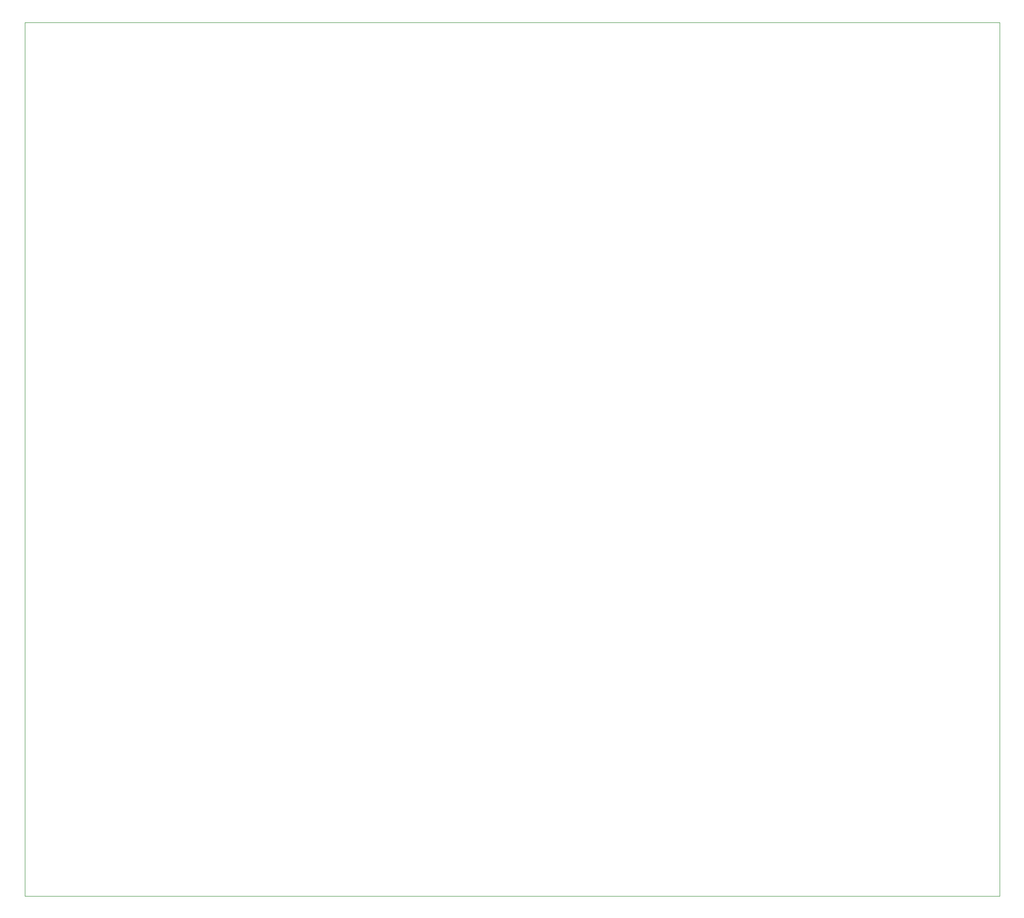
<source format=gbr>
%TF.GenerationSoftware,KiCad,Pcbnew,(6.0.7)*%
%TF.CreationDate,2022-11-30T23:51:13-03:00*%
%TF.ProjectId,ea075_project,65613037-355f-4707-926f-6a6563742e6b,rev?*%
%TF.SameCoordinates,Original*%
%TF.FileFunction,Profile,NP*%
%FSLAX46Y46*%
G04 Gerber Fmt 4.6, Leading zero omitted, Abs format (unit mm)*
G04 Created by KiCad (PCBNEW (6.0.7)) date 2022-11-30 23:51:13*
%MOMM*%
%LPD*%
G01*
G04 APERTURE LIST*
%TA.AperFunction,Profile*%
%ADD10C,0.100000*%
%TD*%
G04 APERTURE END LIST*
D10*
X58420000Y-22860000D02*
X231140000Y-22860000D01*
X231140000Y-22860000D02*
X231140000Y-177800000D01*
X231140000Y-177800000D02*
X58420000Y-177800000D01*
X58420000Y-177800000D02*
X58420000Y-22860000D01*
M02*

</source>
